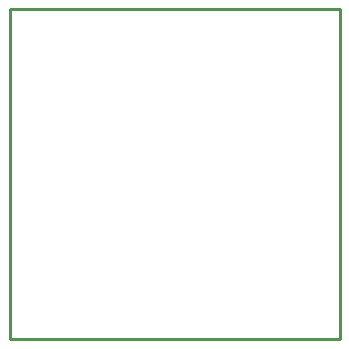
<source format=gko>
G04 Layer: BoardOutline*
G04 EasyEDA v6.4.19.5, 2021-06-07T17:49:31+02:00*
G04 02fad353412f469a856546c9d14cec11,563db0ff5b334ec4995e7372edb549dc,10*
G04 Gerber Generator version 0.2*
G04 Scale: 100 percent, Rotated: No, Reflected: No *
G04 Dimensions in millimeters *
G04 leading zeros omitted , absolute positions ,4 integer and 5 decimal *
%FSLAX45Y45*%
%MOMM*%

%ADD10C,0.2540*%
D10*
X762000Y8382000D02*
G01*
X3302000Y8382000D01*
X3302000Y5588000D01*
X508000Y5588000D01*
X508000Y8382000D01*
X762000Y8382000D01*

%LPD*%
M02*

</source>
